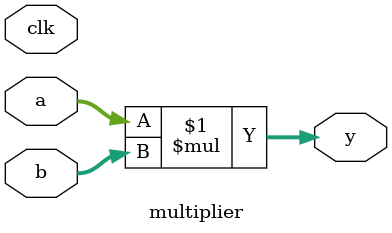
<source format=v>
module multiplier (input clk,input[3:0] a, input[3:0] b, output[7:0] y);
    assign y = a * b;
endmodule
</source>
